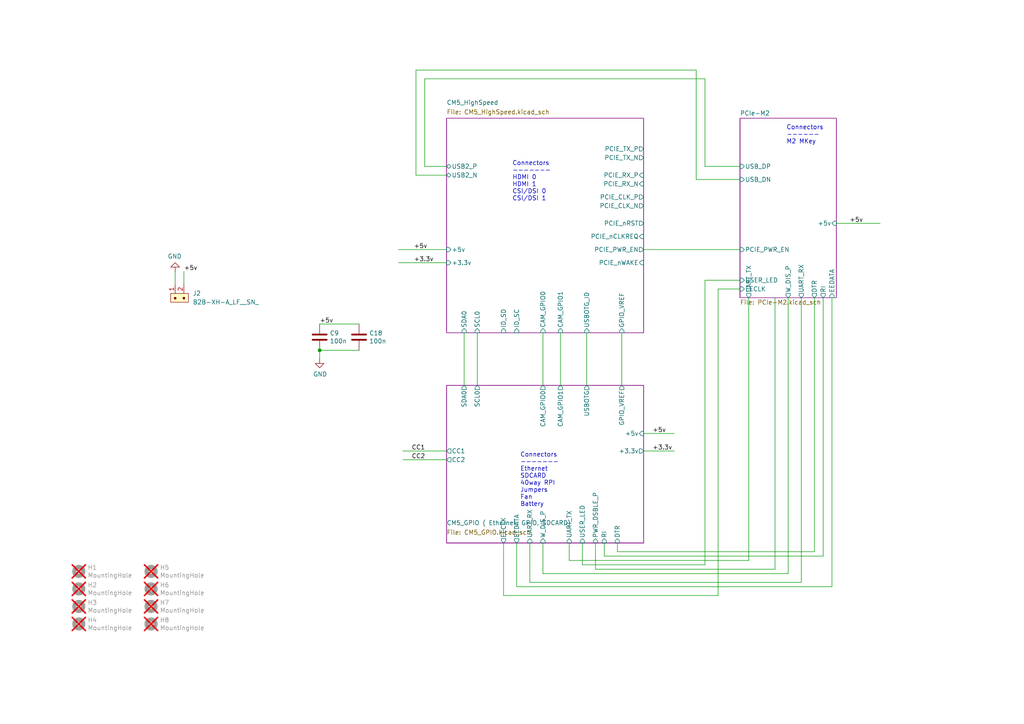
<source format=kicad_sch>
(kicad_sch (version 20250114) (generator "eeschema") (generator_version "9.0")
  (paper "A4")
  (title_block (title "Compute Module 5 IO") (rev "1") (company "E-SMART SOLUTIONS") (comment 1 "Mostafa Bkair"))
  (lib_symbols
    (symbol "Device:C" (pin_numbers (hide yes)) (pin_names (offset 0.254))
      (property "Reference" "C" (at 0.635 2.54 0))
      (property "Value" "C" (at 0.635 -2.54 0))
      (symbol "C_0_1"
        (polyline (pts (xy -2.032 0.762) (xy 2.032 0.762)) (stroke (width 0.508)))
        (polyline (pts (xy -2.032 -0.762) (xy 2.032 -0.762)) (stroke (width 0.508)))
      )
      (symbol "C_1_1"
        (pin passive line (at 0 3.81 270) (length 2.794) (name "~") (number "1"))
        (pin passive line (at 0 -3.81 90) (length 2.794) (name "~") (number "2"))
      )
    )
    (symbol "Mechanical:MountingHole" (pin_names (offset 1.016))
      (property "Reference" "H" (at 0 5.08 0))
      (property "Value" "MountingHole" (at 0 3.175 0))
      (symbol "MountingHole_0_1"
        (circle (center 0 0) (radius 1.27) (stroke (width 1.27)))
      )
    )
    (symbol "dk_Rectangular-Connectors-Headers-Male-Pins:B2B-XH-A_LF__SN_" (pin_names (offset 1.016))
      (property "Reference" "J" (at -2.54 -1.27 0))
      (property "Value" "B2B-XH-A_LF__SN_" (at 1.27 -3.81 0))
      (symbol "B2B-XH-A_LF__SN__1_1"
        (rectangle (start -1.27 0) (end 3.81 -2.54) (fill (type background)))
        (rectangle (start -0.254 -1.143) (end 0.254 -1.651) (fill (type outline)))
        (rectangle (start 2.286 -1.143) (end 2.794 -1.651) (fill (type outline)))
        (pin passive line (at 0 2.54 270) (length 2.54) (name "~") (number "1"))
        (pin passive line (at 2.54 2.54 270) (length 2.54) (name "~") (number "2"))
      )
    )
    (symbol "power:GND" (power) (pin_numbers (hide yes)) (pin_names (offset 0) (hide yes))
      (property "Value" "GND" (at 0 -3.81 0))
      (symbol "GND_0_1"
        (polyline (pts (xy 0 0) (xy 0 -1.27) (xy 1.27 -1.27) (xy 0 -2.54) (xy -1.27 -1.27) (xy 0 -1.27)))
      )
      (symbol "GND_1_1"
        (pin power_in line (at 0 0 270) (length 0) (name "~") (number "1"))
      )
    )
  )
  (text "Connectors\n-------\nEthernet\nSDCARD\n40way RPI\nJumpers\nFan\nBattery" (at 150.876 147.066 0) (effects (font (size 1.27 1.27)) (justify left bottom)))
  (text "Connectors\n------\nM2 MKey" (at 228.092 41.91 0) (effects (font (size 1.27 1.27)) (justify left bottom)))
  (text "Connectors\n-------\nHDMI 0\nHDMI 1\nCSI/DSI 0\nCSI/DSI 1" (at 148.59 58.42 0) (effects (font (size 1.27 1.27)) (justify left bottom)))
  (junction (at 92.71 101.6))
  (wire (pts (xy 228.6 86.36) (xy 228.6 166.37)))
  (wire (pts (xy 238.76 86.36) (xy 238.76 161.29)))
  (wire (pts (xy 153.67 168.91) (xy 232.41 168.91)))
  (wire (pts (xy 115.57 76.2) (xy 129.54 76.2)))
  (wire (pts (xy 186.69 130.81) (xy 195.58 130.81)))
  (wire (pts (xy 186.69 72.39) (xy 214.63 72.39)))
  (wire (pts (xy 180.34 96.52) (xy 180.34 111.76)))
  (wire (pts (xy 153.67 168.91) (xy 153.67 157.48)))
  (wire (pts (xy 50.8 78.74) (xy 50.8 82.55)))
  (wire (pts (xy 146.05 172.72) (xy 146.05 157.48)))
  (wire (pts (xy 134.62 96.52) (xy 134.62 111.76)))
  (wire (pts (xy 208.28 83.82) (xy 208.28 172.72)))
  (wire (pts (xy 208.28 172.72) (xy 146.05 172.72)))
  (wire (pts (xy 204.47 48.26) (xy 214.63 48.26)))
  (wire (pts (xy 92.71 101.6) (xy 104.14 101.6)))
  (wire (pts (xy 204.47 81.28) (xy 204.47 163.83)))
  (wire (pts (xy 149.86 170.18) (xy 241.3 170.18)))
  (wire (pts (xy 228.6 166.37) (xy 157.48 166.37)))
  (wire (pts (xy 53.34 82.55) (xy 53.34 78.74)))
  (wire (pts (xy 138.43 96.52) (xy 138.43 111.76)))
  (wire (pts (xy 165.1 162.56) (xy 165.1 157.48)))
  (wire (pts (xy 120.65 50.8) (xy 120.65 20.32)))
  (wire (pts (xy 116.84 133.35) (xy 129.54 133.35)))
  (wire (pts (xy 157.48 96.52) (xy 157.48 111.76)))
  (wire (pts (xy 157.48 166.37) (xy 157.48 157.48)))
  (wire (pts (xy 149.86 157.48) (xy 149.86 170.18)))
  (wire (pts (xy 214.63 81.28) (xy 204.47 81.28)))
  (wire (pts (xy 162.56 96.52) (xy 162.56 111.76)))
  (wire (pts (xy 92.71 101.6) (xy 92.71 104.14)))
  (wire (pts (xy 170.18 96.52) (xy 170.18 111.76)))
  (wire (pts (xy 129.54 50.8) (xy 120.65 50.8)))
  (wire (pts (xy 92.71 93.98) (xy 104.14 93.98)))
  (wire (pts (xy 242.57 64.77) (xy 255.27 64.77)))
  (wire (pts (xy 201.93 20.32) (xy 201.93 52.07)))
  (wire (pts (xy 175.26 161.29) (xy 175.26 157.48)))
  (wire (pts (xy 236.22 160.02) (xy 236.22 86.36)))
  (wire (pts (xy 165.1 162.56) (xy 217.17 162.56)))
  (wire (pts (xy 179.07 157.48) (xy 179.07 160.02)))
  (wire (pts (xy 224.79 165.1) (xy 224.79 86.36)))
  (wire (pts (xy 214.63 83.82) (xy 208.28 83.82)))
  (wire (pts (xy 232.41 86.36) (xy 232.41 168.91)))
  (wire (pts (xy 204.47 22.86) (xy 204.47 48.26)))
  (wire (pts (xy 123.19 48.26) (xy 123.19 22.86)))
  (wire (pts (xy 168.91 163.83) (xy 204.47 163.83)))
  (wire (pts (xy 186.69 125.73) (xy 195.58 125.73)))
  (wire (pts (xy 168.91 163.83) (xy 168.91 157.48)))
  (wire (pts (xy 120.65 20.32) (xy 201.93 20.32)))
  (wire (pts (xy 201.93 52.07) (xy 214.63 52.07)))
  (wire (pts (xy 116.84 130.81) (xy 129.54 130.81)))
  (wire (pts (xy 179.07 160.02) (xy 236.22 160.02)))
  (wire (pts (xy 115.57 72.39) (xy 129.54 72.39)))
  (wire (pts (xy 172.72 157.48) (xy 172.72 165.1)))
  (wire (pts (xy 129.54 48.26) (xy 123.19 48.26)))
  (wire (pts (xy 172.72 165.1) (xy 224.79 165.1)))
  (wire (pts (xy 123.19 22.86) (xy 204.47 22.86)))
  (wire (pts (xy 241.3 170.18) (xy 241.3 86.36)))
  (wire (pts (xy 238.76 161.29) (xy 175.26 161.29)))
  (wire (pts (xy 217.17 162.56) (xy 217.17 86.36)))
  (label "+5v" (at 92.71 93.98 0))
  (label "CC1" (at 119.38 130.81 0))
  (label "CC2" (at 119.38 133.35 0))
  (label "+5v" (at 246.38 64.77 0))
  (label "+5v" (at 189.23 125.73 0))
  (label "+5v" (at 120.015 72.39 0))
  (label "+3.3v" (at 189.23 130.81 0))
  (label "+5v" (at 53.34 78.74 0))
  (label "+3.3v" (at 120.015 76.2 0))
  (symbol (lib_id "Mechanical:MountingHole") (at 22.86 180.975 0) (unit 1) (exclude_from_sim yes) (in_bom no) (dnp yes)
    (property "Reference" "H4" (at 25.4 179.832 0) (effects (justify left)))
    (property "Value" "MountingHole" (at 25.4 182.118 0) (effects (justify left)))
    (property "Footprint" "CM5IO:MountingHole_2.7mm_M2.5_DIN965" (effects (hide yes)))
    (property "Field4" "nf" (effects (hide yes)))
    (property "Field5" "nf" (effects (hide yes)))
    (property "Field6" "nf" (effects (hide yes)))
    (property "Field7" "nf" (effects (hide yes)))
    (property "Part Description" "M2.5 mounting hole" (effects (hide yes)))
  )
  (symbol (lib_id "Mechanical:MountingHole") (at 22.86 175.895 0) (unit 1) (exclude_from_sim yes) (in_bom no) (dnp yes)
    (property "Reference" "H3" (at 25.4 174.752 0) (effects (justify left)))
    (property "Value" "MountingHole" (at 25.4 177.038 0) (effects (justify left)))
    (property "Footprint" "CM5IO:MountingHole_2.7mm_M2.5_DIN965" (effects (hide yes)))
    (property "Field4" "nf" (effects (hide yes)))
    (property "Field5" "nf" (effects (hide yes)))
    (property "Field6" "nf" (effects (hide yes)))
    (property "Field7" "nf" (effects (hide yes)))
    (property "Part Description" "M2.5 mounting hole" (effects (hide yes)))
  )
  (symbol (lib_id "Mechanical:MountingHole") (at 22.86 170.815 0) (unit 1) (exclude_from_sim yes) (in_bom no) (dnp yes)
    (property "Reference" "H2" (at 25.4 169.672 0) (effects (justify left)))
    (property "Value" "MountingHole" (at 25.4 171.958 0) (effects (justify left)))
    (property "Footprint" "CM5IO:MountingHole_2.7mm_M2.5_DIN965" (effects (hide yes)))
    (property "Field4" "nf" (effects (hide yes)))
    (property "Field5" "nf" (effects (hide yes)))
    (property "Field6" "nf" (effects (hide yes)))
    (property "Field7" "nf" (effects (hide yes)))
    (property "Part Description" "M2.5 mounting hole" (effects (hide yes)))
  )
  (symbol (lib_id "Mechanical:MountingHole") (at 22.86 165.735 0) (unit 1) (exclude_from_sim yes) (in_bom no) (dnp yes)
    (property "Reference" "H1" (at 25.4 164.592 0) (effects (justify left)))
    (property "Value" "MountingHole" (at 25.4 166.878 0) (effects (justify left)))
    (property "Footprint" "CM5IO:MountingHole_2.7mm_M2.5_DIN965" (effects (hide yes)))
    (property "Field4" "nf" (effects (hide yes)))
    (property "Field5" "nf" (effects (hide yes)))
    (property "Field6" "nf" (effects (hide yes)))
    (property "Field7" "nf" (effects (hide yes)))
    (property "Part Description" "M2.5 mounting hole" (effects (hide yes)))
  )
  (symbol (lib_id "Mechanical:MountingHole") (at 43.815 165.735 0) (unit 1) (exclude_from_sim yes) (in_bom no) (dnp yes)
    (property "Reference" "H5" (at 46.355 164.592 0) (effects (justify left)))
    (property "Value" "MountingHole" (at 46.355 166.878 0) (effects (justify left)))
    (property "Footprint" "CM5IO:MountingHole_2.7mm_M2.5_DIN965" (effects (hide yes)))
    (property "Field4" "nf" (effects (hide yes)))
    (property "Field5" "nf" (effects (hide yes)))
    (property "Field6" "nf" (effects (hide yes)))
    (property "Field7" "nf" (effects (hide yes)))
    (property "Part Description" "M2.5 mounting hole" (effects (hide yes)))
  )
  (symbol (lib_id "Mechanical:MountingHole") (at 43.815 180.975 0) (unit 1) (exclude_from_sim yes) (in_bom no) (dnp yes)
    (property "Reference" "H8" (at 46.355 179.832 0) (effects (justify left)))
    (property "Value" "MountingHole" (at 46.355 182.118 0) (effects (justify left)))
    (property "Footprint" "CM5IO:MountingHole_2.7mm_M2.5_DIN965" (effects (hide yes)))
    (property "Field4" "nf" (effects (hide yes)))
    (property "Field5" "nf" (effects (hide yes)))
    (property "Field6" "nf" (effects (hide yes)))
    (property "Field7" "nf" (effects (hide yes)))
    (property "Part Description" "M2.5 mounting hole" (effects (hide yes)))
  )
  (symbol (lib_id "Mechanical:MountingHole") (at 43.815 175.895 0) (unit 1) (exclude_from_sim yes) (in_bom no) (dnp yes)
    (property "Reference" "H7" (at 46.355 174.752 0) (effects (justify left)))
    (property "Value" "MountingHole" (at 46.355 177.038 0) (effects (justify left)))
    (property "Footprint" "CM5IO:MountingHole_2.7mm_M2.5_DIN965" (effects (hide yes)))
    (property "Field4" "nf" (effects (hide yes)))
    (property "Field5" "nf" (effects (hide yes)))
    (property "Field6" "nf" (effects (hide yes)))
    (property "Field7" "nf" (effects (hide yes)))
    (property "Part Description" "M2.5 mounting hole" (effects (hide yes)))
  )
  (symbol (lib_id "Mechanical:MountingHole") (at 43.815 170.815 0) (unit 1) (exclude_from_sim yes) (in_bom no) (dnp yes)
    (property "Reference" "H6" (at 46.355 169.672 0) (effects (justify left)))
    (property "Value" "MountingHole" (at 46.355 171.958 0) (effects (justify left)))
    (property "Footprint" "CM5IO:MountingHole_2.7mm_M2.5_DIN965" (effects (hide yes)))
    (property "Field4" "nf" (effects (hide yes)))
    (property "Field5" "nf" (effects (hide yes)))
    (property "Field6" "nf" (effects (hide yes)))
    (property "Field7" "nf" (effects (hide yes)))
    (property "Part Description" "M2.5 mounting hole" (effects (hide yes)))
  )
  (symbol (lib_id "Device:C") (at 104.14 97.79 0) (unit 1)
    (property "Reference" "C18" (at 107.061 96.6216 0) (effects (justify left)))
    (property "Value" "100n" (at 107.061 98.933 0) (effects (justify left)))
    (property "Footprint" "Capacitor_SMD:C_0402_1005Metric" (effects (hide yes)))
    (property "Datasheet" "https://search.murata.co.jp/Ceramy/image/img/A01X/G101/ENG/GRM155R71C104KA88-01.pdf" (effects (hide yes)))
    (property "Field4" "Farnell" (effects (hide yes)))
    (property "Field5" "2611911" (effects (hide yes)))
    (property "Field6" "RM EMK105 B7104KV-F" (effects (hide yes)))
    (property "Field7" "TAIYO YUDEN EUROPE GMBH" (effects (hide yes)))
    (property "Field8" "110091611" (effects (hide yes)))
    (property "Part Description" "	0.1uF 10% 16V Ceramic Capacitor X7R 0402 (1005 Metric)" (effects (hide yes)))
    (property "LCSC" "C327024" (effects (hide yes)))
  )
  (symbol (lib_id "dk_Rectangular-Connectors-Headers-Male-Pins:B2B-XH-A_LF__SN_") (at 50.8 85.09 0) (unit 1)
    (property "Reference" "J2" (at 55.88 85.0899 0) (effects (justify left)))
    (property "Value" "B2B-XH-A_LF__SN_" (at 55.88 87.6299 0) (effects (justify left)))
    (property "Footprint" "digikey-footprints:PinHeader_1x2_P2.5mm_Drill1.1mm" (effects (hide yes)))
    (property "Datasheet" "http://www.jst-mfg.com/product/pdf/eng/eXH.pdf" (effects (hide yes)))
    (property "Description" "CONN HEADER VERT 2POS 2.5MM" (effects (hide yes)))
    (property "Digi-Key_PN" "455-2247-ND" (effects (hide yes)))
    (property "MPN" "B2B-XH-A(LF)(SN)" (effects (hide yes)))
    (property "Category" "Connectors, Interconnects" (effects (hide yes)))
    (property "Family" "Rectangular Connectors - Headers, Male Pins" (effects (hide yes)))
    (property "DK_Datasheet_Link" "http://www.jst-mfg.com/product/pdf/eng/eXH.pdf" (effects (hide yes)))
    (property "DK_Detail_Page" "/product-detail/en/jst-sales-america-inc/B2B-XH-A(LF)(SN)/455-2247-ND/1651045" (effects (hide yes)))
    (property "Description_1" "CONN HEADER VERT 2POS 2.5MM" (effects (hide yes)))
    (property "Manufacturer" "JST Sales America Inc." (effects (hide yes)))
    (property "Status" "Active" (effects (hide yes)))
  )
  (symbol (lib_id "Device:C") (at 92.71 97.79 0) (unit 1)
    (property "Reference" "C9" (at 95.631 96.6216 0) (effects (justify left)))
    (property "Value" "100n" (at 95.631 98.933 0) (effects (justify left)))
    (property "Footprint" "Capacitor_SMD:C_0402_1005Metric" (effects (hide yes)))
    (property "Datasheet" "https://search.murata.co.jp/Ceramy/image/img/A01X/G101/ENG/GRM155R71C104KA88-01.pdf" (effects (hide yes)))
    (property "Field4" "Farnell" (effects (hide yes)))
    (property "Field5" "2611911" (effects (hide yes)))
    (property "Field6" "RM EMK105 B7104KV-F" (effects (hide yes)))
    (property "Field7" "TAIYO YUDEN EUROPE GMBH" (effects (hide yes)))
    (property "Field8" "110091611" (effects (hide yes)))
    (property "Part Description" "	0.1uF 10% 16V Ceramic Capacitor X7R 0402 (1005 Metric)" (effects (hide yes)))
    (property "LCSC" "C327024" (effects (hide yes)))
  )
  (symbol (lib_id "power:GND") (at 50.8 78.74 180) (unit 1)
    (property "Reference" "#PWR063" (effects (hide yes)))
    (property "Value" "GND" (at 50.673 74.3458 0))
    (property "Description" "Power symbol creates a global label with name \"GND\" , ground" (effects (hide yes)))
  )
  (symbol (lib_id "power:GND") (at 92.71 104.14 0) (unit 1)
    (property "Reference" "#PWR013" (effects (hide yes)))
    (property "Value" "GND" (at 92.837 108.5342 0))
    (property "Description" "Power symbol creates a global label with name \"GND\" , ground" (effects (hide yes)))
  )
  (sheet (at 129.54 111.76) (size 57.15 45.72) (stroke (width 0.1524) (color 132 0 132 1)) (fill (color 255 255 255 0.0000))
    (property "Sheetname" "CM5_GPIO ( Ethernet, GPIO, SDCARD)" (at 129.54 152.4 0) (effects (justify left bottom)))
    (property "Sheetfile" "CM5_GPIO.kicad_sch" (at 129.54 153.67 0) (effects (justify left top)))
    (pin "SCL0" output (at 138.43 111.76 90))
    (pin "SDA0" output (at 134.62 111.76 90))
    (pin "+5v" input (at 186.69 125.73 0))
    (pin "+3.3v" output (at 186.69 130.81 0))
    (pin "GPIO_VREF" output (at 180.34 111.76 90))
    (pin "CAM_GPIO0" output (at 157.48 111.76 90))
    (pin "CAM_GPIO1" output (at 162.56 111.76 90))
    (pin "CC1" output (at 129.54 130.81 180))
    (pin "USBOTG" output (at 170.18 111.76 90))
    (pin "CC2" output (at 129.54 133.35 180))
    (pin "DTR" input (at 179.07 157.48 270))
    (pin "RI" input (at 175.26 157.48 270))
    (pin "PWR_DSBLE_P" input (at 172.72 157.48 270))
    (pin "USER_LED" input (at 168.91 157.48 270))
    (pin "UART_TX" input (at 165.1 157.48 270))
    (pin "W_DIS_P" input (at 157.48 157.48 270))
    (pin "UART_RX" input (at 153.67 157.48 270))
    (pin "EEDATA" output (at 149.86 157.48 270))
    (pin "EECLK" output (at 146.05 157.48 270))
  )
  (sheet (at 129.54 34.29) (size 57.15 62.23) (stroke (width 0.1524) (color 132 0 132 1)) (fill (color 255 255 255 0.0000))
    (property "Sheetname" "CM5_HighSpeed" (at 129.54 30.48 0) (effects (justify left bottom)))
    (property "Sheetfile" "CM5_HighSpeed.kicad_sch" (at 129.54 31.75 0) (effects (justify left top)))
    (pin "USB2_N" bidirectional (at 129.54 50.8 180))
    (pin "USB2_P" bidirectional (at 129.54 48.26 180))
    (pin "ID_SC" input (at 149.86 96.52 270))
    (pin "ID_SD" input (at 146.05 96.52 270))
    (pin "SCL0" input (at 138.43 96.52 270))
    (pin "SDA0" input (at 134.62 96.52 270))
    (pin "+5v" input (at 129.54 72.39 180))
    (pin "PCIE_CLK_P" output (at 186.69 57.15 0))
    (pin "PCIE_CLK_N" output (at 186.69 59.69 0))
    (pin "PCIE_TX_P" output (at 186.69 43.18 0))
    (pin "PCIE_TX_N" output (at 186.69 45.72 0))
    (pin "PCIE_nRST" output (at 186.69 64.77 0))
    (pin "PCIE_RX_P" input (at 186.69 50.8 0))
    (pin "PCIE_RX_N" input (at 186.69 53.34 0))
    (pin "PCIE_nCLKREQ" input (at 186.69 68.58 0))
    (pin "+3.3v" input (at 129.54 76.2 180))
    (pin "USBOTG_ID" input (at 170.18 96.52 270))
    (pin "GPIO_VREF" input (at 180.34 96.52 270))
    (pin "PCIE_PWR_EN" output (at 186.69 72.39 0))
    (pin "PCIE_nWAKE" input (at 186.69 76.2 0))
    (pin "CAM_GPIO0" input (at 157.48 96.52 270))
    (pin "CAM_GPIO1" input (at 162.56 96.52 270))
  )
  (sheet (at 214.63 34.29) (size 27.94 52.07) (stroke (width 0.152) (color 132 0 132 1)) (fill (color 255 255 255 0.0000))
    (property "Sheetname" "PCIe-M2" (at 214.63 33.5786 0) (effects (justify left bottom)))
    (property "Sheetfile" "PCIe-M2.kicad_sch" (at 214.63 86.9444 0) (effects (justify left top)))
    (pin "+5v" input (at 242.57 64.77 0))
    (pin "PCIE_PWR_EN" input (at 214.63 72.39 180))
    (pin "UART_TX" output (at 217.17 86.36 270))
    (pin "W_DIS_P" output (at 228.6 86.36 270))
    (pin "UART_RX" output (at 232.41 86.36 270))
    (pin "DTR" output (at 236.22 86.36 270))
    (pin "RI" output (at 238.76 86.36 270))
    (pin "EEDATA" input (at 241.3 86.36 270))
    (pin "EECLK" input (at 214.63 83.82 180))
    (pin "USER_LED" input (at 214.63 81.28 180))
    (pin "USB_DP" input (at 214.63 48.26 180))
    (pin "USB_DN" input (at 214.63 52.07 180))
  )
)
</source>
